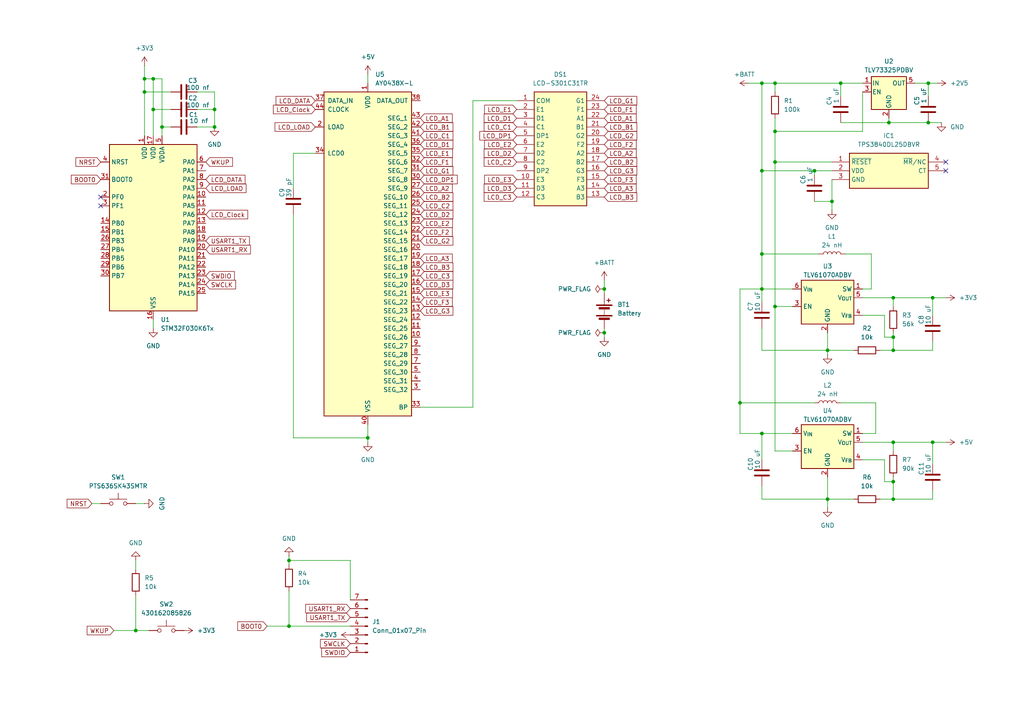
<source format=kicad_sch>
(kicad_sch (version 20250114) (generator "eeschema") (generator_version "9.0")
  (paper "A4")
  (lib_symbols
    (symbol "Connector:Conn_01x07_Pin" (pin_names (offset 1.016) (hide yes))
      (property "Reference" "J" (at 0 10.16 0))
      (property "Value" "Conn_01x07_Pin" (at 0 -10.16 0))
      (symbol "Conn_01x07_Pin_1_1"
        (rectangle (start 0.8636 7.747) (end 0 7.493) (stroke (width 0.1524)) (fill (type outline)))
        (rectangle (start 0.8636 5.207) (end 0 4.953) (stroke (width 0.1524)) (fill (type outline)))
        (rectangle (start 0.8636 2.667) (end 0 2.413) (stroke (width 0.1524)) (fill (type outline)))
        (rectangle (start 0.8636 0.127) (end 0 -0.127) (stroke (width 0.1524)) (fill (type outline)))
        (rectangle (start 0.8636 -2.413) (end 0 -2.667) (stroke (width 0.1524)) (fill (type outline)))
        (rectangle (start 0.8636 -4.953) (end 0 -5.207) (stroke (width 0.1524)) (fill (type outline)))
        (rectangle (start 0.8636 -7.493) (end 0 -7.747) (stroke (width 0.1524)) (fill (type outline)))
        (polyline (pts (xy 1.27 7.62) (xy 0.8636 7.62)) (stroke (width 0.1524)))
        (polyline (pts (xy 1.27 5.08) (xy 0.8636 5.08)) (stroke (width 0.1524)))
        (polyline (pts (xy 1.27 2.54) (xy 0.8636 2.54)) (stroke (width 0.1524)))
        (polyline (pts (xy 1.27 0) (xy 0.8636 0)) (stroke (width 0.1524)))
        (polyline (pts (xy 1.27 -2.54) (xy 0.8636 -2.54)) (stroke (width 0.1524)))
        (polyline (pts (xy 1.27 -5.08) (xy 0.8636 -5.08)) (stroke (width 0.1524)))
        (polyline (pts (xy 1.27 -7.62) (xy 0.8636 -7.62)) (stroke (width 0.1524)))
        (pin passive line (at 5.08 7.62 180) (length 3.81) (name "Pin_1") (number "1"))
        (pin passive line (at 5.08 5.08 180) (length 3.81) (name "Pin_2") (number "2"))
        (pin passive line (at 5.08 2.54 180) (length 3.81) (name "Pin_3") (number "3"))
        (pin passive line (at 5.08 0 180) (length 3.81) (name "Pin_4") (number "4"))
        (pin passive line (at 5.08 -2.54 180) (length 3.81) (name "Pin_5") (number "5"))
        (pin passive line (at 5.08 -5.08 180) (length 3.81) (name "Pin_6") (number "6"))
        (pin passive line (at 5.08 -7.62 180) (length 3.81) (name "Pin_7") (number "7"))
      )
    )
    (symbol "Device:Battery" (pin_numbers (hide yes)) (pin_names (offset 0) (hide yes))
      (property "Reference" "BT" (at 2.54 2.54 0))
      (property "Value" "Battery" (at 2.54 0 0))
      (symbol "Battery_0_1"
        (rectangle (start -2.286 1.778) (end 2.286 1.524) (fill (type outline)))
        (rectangle (start -2.286 -1.27) (end 2.286 -1.524) (fill (type outline)))
        (rectangle (start -1.524 1.016) (end 1.524 0.508) (fill (type outline)))
        (rectangle (start -1.524 -2.032) (end 1.524 -2.54) (fill (type outline)))
        (polyline (pts (xy 0 1.778) (xy 0 2.54)))
        (polyline (pts (xy 0 0) (xy 0 0.254)))
        (polyline (pts (xy 0 -0.508) (xy 0 -0.254)))
        (polyline (pts (xy 0 -1.016) (xy 0 -0.762)))
        (polyline (pts (xy 0.762 3.048) (xy 1.778 3.048)) (stroke (width 0.254)))
        (polyline (pts (xy 1.27 3.556) (xy 1.27 2.54)) (stroke (width 0.254)))
      )
      (symbol "Battery_1_1"
        (pin passive line (at 0 5.08 270) (length 2.54) (name "+") (number "1"))
        (pin passive line (at 0 -5.08 90) (length 2.54) (name "-") (number "2"))
      )
    )
    (symbol "Device:C" (pin_numbers (hide yes)) (pin_names (offset 0.254))
      (property "Reference" "C" (at 0.635 2.54 0))
      (property "Value" "C" (at 0.635 -2.54 0))
      (symbol "C_0_1"
        (polyline (pts (xy -2.032 0.762) (xy 2.032 0.762)) (stroke (width 0.508)))
        (polyline (pts (xy -2.032 -0.762) (xy 2.032 -0.762)) (stroke (width 0.508)))
      )
      (symbol "C_1_1"
        (pin passive line (at 0 3.81 270) (length 2.794) (name "~") (number "1"))
        (pin passive line (at 0 -3.81 90) (length 2.794) (name "~") (number "2"))
      )
    )
    (symbol "Device:L" (pin_numbers (hide yes)) (pin_names (offset 1.016) (hide yes))
      (property "Reference" "L" (at -1.27 0 90))
      (property "Value" "L" (at 1.905 0 90))
      (symbol "L_0_1"
        (arc (start 0 2.54) (mid 0.6323 1.905) (end 0 1.27))
        (arc (start 0 1.27) (mid 0.6323 0.635) (end 0 0))
        (arc (start 0 0) (mid 0.6323 -0.635) (end 0 -1.27))
        (arc (start 0 -1.27) (mid 0.6323 -1.905) (end 0 -2.54))
      )
      (symbol "L_1_1"
        (pin passive line (at 0 3.81 270) (length 1.27) (name "1") (number "1"))
        (pin passive line (at 0 -3.81 90) (length 1.27) (name "2") (number "2"))
      )
    )
    (symbol "Device:R" (pin_numbers (hide yes)) (pin_names (offset 0))
      (property "Reference" "R" (at 2.032 0 90))
      (property "Value" "R" (at 0 0 90))
      (symbol "R_0_1"
        (rectangle (start -1.016 -2.54) (end 1.016 2.54) (stroke (width 0.254)))
      )
      (symbol "R_1_1"
        (pin passive line (at 0 3.81 270) (length 1.27) (name "~") (number "1"))
        (pin passive line (at 0 -3.81 90) (length 1.27) (name "~") (number "2"))
      )
    )
    (symbol "Driver_Display:AY0438X-L" (pin_names (offset 1.016))
      (property "Reference" "U" (at -11.176 47.244 0))
      (property "Value" "AY0438X-L" (at 1.27 47.244 0))
      (symbol "AY0438X-L_0_1"
        (rectangle (start -12.7 45.72) (end 12.7 -48.26) (stroke (width 0.254)) (fill (type background)))
      )
      (symbol "AY0438X-L_1_1"
        (pin input line (at -15.24 43.18 0) (length 2.54) (name "DATA_IN") (number "37"))
        (pin input line (at -15.24 40.64 0) (length 2.54) (name "CLOCK") (number "44"))
        (pin input line (at -15.24 35.56 0) (length 2.54) (name "LOAD") (number "2"))
        (pin input line (at -15.24 27.94 0) (length 2.54) (name "LCD0") (number "34"))
        (pin no_connect line (at -12.7 -33.02 0) (length 2.54) (hide yes) (name "NC") (number "39"))
        (pin no_connect line (at -12.7 -35.56 0) (length 2.54) (hide yes) (name "NC") (number "29"))
        (pin no_connect line (at -12.7 -38.1 0) (length 2.54) (hide yes) (name "NC") (number "28"))
        (pin no_connect line (at -12.7 -40.64 0) (length 2.54) (hide yes) (name "NC") (number "6"))
        (pin power_in line (at 0 48.26 270) (length 2.54) (name "VDD") (number "1"))
        (pin power_in line (at 0 -50.8 90) (length 2.54) (name "VSS") (number "40"))
        (pin output line (at 15.24 43.18 180) (length 2.54) (name "DATA_OUT") (number "38"))
        (pin output line (at 15.24 38.1 180) (length 2.54) (name "SEG_1") (number "43"))
        (pin output line (at 15.24 35.56 180) (length 2.54) (name "SEG_2") (number "42"))
        (pin output line (at 15.24 33.02 180) (length 2.54) (name "SEG_3") (number "41"))
        (pin output line (at 15.24 30.48 180) (length 2.54) (name "SEG_4") (number "36"))
        (pin output line (at 15.24 27.94 180) (length 2.54) (name "SEG_5") (number "35"))
        (pin output line (at 15.24 25.4 180) (length 2.54) (name "SEG_6") (number "32"))
        (pin output line (at 15.24 22.86 180) (length 2.54) (name "SEG_7") (number "31"))
        (pin output line (at 15.24 20.32 180) (length 2.54) (name "SEG_8") (number "30"))
        (pin output line (at 15.24 17.78 180) (length 2.54) (name "SEG_9") (number "27"))
        (pin output line (at 15.24 15.24 180) (length 2.54) (name "SEG_10") (number "26"))
        (pin output line (at 15.24 12.7 180) (length 2.54) (name "SEG_11") (number "25"))
        (pin output line (at 15.24 10.16 180) (length 2.54) (name "SEG_12") (number "24"))
        (pin output line (at 15.24 7.62 180) (length 2.54) (name "SEG_13") (number "23"))
        (pin output line (at 15.24 5.08 180) (length 2.54) (name "SEG_14") (number "22"))
        (pin output line (at 15.24 2.54 180) (length 2.54) (name "SEG_15") (number "21"))
        (pin output line (at 15.24 0 180) (length 2.54) (name "SEG_16") (number "20"))
        (pin output line (at 15.24 -2.54 180) (length 2.54) (name "SEG_17") (number "19"))
        (pin output line (at 15.24 -5.08 180) (length 2.54) (name "SEG_18") (number "18"))
        (pin output line (at 15.24 -7.62 180) (length 2.54) (name "SEG_19") (number "17"))
        (pin output line (at 15.24 -10.16 180) (length 2.54) (name "SEG_20") (number "16"))
        (pin output line (at 15.24 -12.7 180) (length 2.54) (name "SEG_21") (number "15"))
        (pin output line (at 15.24 -15.24 180) (length 2.54) (name "SEG_22") (number "14"))
        (pin output line (at 15.24 -17.78 180) (length 2.54) (name "SEG_23") (number "13"))
        (pin output line (at 15.24 -20.32 180) (length 2.54) (name "SEG_24") (number "12"))
        (pin output line (at 15.24 -22.86 180) (length 2.54) (name "SEG_25") (number "11"))
        (pin output line (at 15.24 -25.4 180) (length 2.54) (name "SEG_26") (number "10"))
        (pin output line (at 15.24 -27.94 180) (length 2.54) (name "SEG_27") (number "9"))
        (pin output line (at 15.24 -30.48 180) (length 2.54) (name "SEG_28") (number "8"))
        (pin output line (at 15.24 -33.02 180) (length 2.54) (name "SEG_29") (number "7"))
        (pin output line (at 15.24 -35.56 180) (length 2.54) (name "SEG_30") (number "5"))
        (pin output line (at 15.24 -38.1 180) (length 2.54) (name "SEG_31") (number "4"))
        (pin output line (at 15.24 -40.64 180) (length 2.54) (name "SEG_32") (number "3"))
        (pin output line (at 15.24 -45.72 180) (length 2.54) (name "BP") (number "33"))
      )
    )
    (symbol "MCU_ST_STM32F0:STM32F030K6Tx"
      (property "Reference" "U" (at -12.7 26.67 0))
      (property "Value" "STM32F030K6Tx" (at 5.08 26.67 0))
      (symbol "STM32F030K6Tx_0_1"
        (rectangle (start -12.7 -22.86) (end 12.7 25.4) (stroke (width 0.254)) (fill (type background)))
      )
      (symbol "STM32F030K6Tx_1_1"
        (pin input line (at -15.24 20.32 0) (length 2.54) (name "NRST") (number "4"))
        (pin input line (at -15.24 15.24 0) (length 2.54) (name "BOOT0") (number "31"))
        (pin bidirectional line (at -15.24 10.16 0) (length 2.54) (name "PF0") (number "2"))
        (pin bidirectional line (at -15.24 7.62 0) (length 2.54) (name "PF1") (number "3"))
        (pin bidirectional line (at -15.24 2.54 0) (length 2.54) (name "PB0") (number "14"))
        (pin bidirectional line (at -15.24 0 0) (length 2.54) (name "PB1") (number "15"))
        (pin bidirectional line (at -15.24 -2.54 0) (length 2.54) (name "PB3") (number "26"))
        (pin bidirectional line (at -15.24 -5.08 0) (length 2.54) (name "PB4") (number "27"))
        (pin bidirectional line (at -15.24 -7.62 0) (length 2.54) (name "PB5") (number "28"))
        (pin bidirectional line (at -15.24 -10.16 0) (length 2.54) (name "PB6") (number "29"))
        (pin bidirectional line (at -15.24 -12.7 0) (length 2.54) (name "PB7") (number "30"))
        (pin power_in line (at -2.54 27.94 270) (length 2.54) (name "VDD") (number "1"))
        (pin power_in line (at 0 27.94 270) (length 2.54) (name "VDD") (number "17"))
        (pin power_in line (at 0 -25.4 90) (length 2.54) (name "VSS") (number "16"))
        (pin passive line (at 0 -25.4 90) (length 2.54) (hide yes) (name "VSS") (number "32"))
        (pin power_in line (at 2.54 27.94 270) (length 2.54) (name "VDDA") (number "5"))
        (pin bidirectional line (at 15.24 20.32 180) (length 2.54) (name "PA0") (number "6"))
        (pin bidirectional line (at 15.24 17.78 180) (length 2.54) (name "PA1") (number "7"))
        (pin bidirectional line (at 15.24 15.24 180) (length 2.54) (name "PA2") (number "8"))
        (pin bidirectional line (at 15.24 12.7 180) (length 2.54) (name "PA3") (number "9"))
        (pin bidirectional line (at 15.24 10.16 180) (length 2.54) (name "PA4") (number "10"))
        (pin bidirectional line (at 15.24 7.62 180) (length 2.54) (name "PA5") (number "11"))
        (pin bidirectional line (at 15.24 5.08 180) (length 2.54) (name "PA6") (number "12"))
        (pin bidirectional line (at 15.24 2.54 180) (length 2.54) (name "PA7") (number "13"))
        (pin bidirectional line (at 15.24 0 180) (length 2.54) (name "PA8") (number "18"))
        (pin bidirectional line (at 15.24 -2.54 180) (length 2.54) (name "PA9") (number "19"))
        (pin bidirectional line (at 15.24 -5.08 180) (length 2.54) (name "PA10") (number "20"))
        (pin bidirectional line (at 15.24 -7.62 180) (length 2.54) (name "PA11") (number "21"))
        (pin bidirectional line (at 15.24 -10.16 180) (length 2.54) (name "PA12") (number "22"))
        (pin bidirectional line (at 15.24 -12.7 180) (length 2.54) (name "PA13") (number "23"))
        (pin bidirectional line (at 15.24 -15.24 180) (length 2.54) (name "PA14") (number "24"))
        (pin bidirectional line (at 15.24 -17.78 180) (length 2.54) (name "PA15") (number "25"))
      )
    )
    (symbol "Regulator_Linear:TLV73325PDBV" (pin_names (offset 0.254))
      (property "Reference" "U" (at -3.81 5.715 0))
      (property "Value" "TLV73325PDBV" (at 0 5.715 0))
      (symbol "TLV73325PDBV_0_1"
        (rectangle (start -5.08 4.445) (end 5.08 -5.08) (stroke (width 0.254)) (fill (type background)))
      )
      (symbol "TLV73325PDBV_1_1"
        (pin power_in line (at -7.62 2.54 0) (length 2.54) (name "IN") (number "1"))
        (pin input line (at -7.62 0 0) (length 2.54) (name "EN") (number "3"))
        (pin power_in line (at 0 -7.62 90) (length 2.54) (name "GND") (number "2"))
        (pin no_connect line (at 5.08 0 180) (length 2.54) (hide yes) (name "NC") (number "4"))
        (pin power_out line (at 7.62 2.54 180) (length 2.54) (name "OUT") (number "5"))
      )
    )
    (symbol "Regulator_Switching:TLV61070ADBV"
      (property "Reference" "U" (at -7.62 8.89 0))
      (property "Value" "TLV61070ADBV" (at 0 8.89 0))
      (symbol "TLV61070ADBV_0_1"
        (rectangle (start -7.62 7.62) (end 7.62 -5.08) (stroke (width 0.254)) (fill (type background)))
      )
      (symbol "TLV61070ADBV_1_1"
        (pin power_in line (at -10.16 5.08 0) (length 2.54) (name "V_{IN}") (number "6"))
        (pin input line (at -10.16 0 0) (length 2.54) (name "EN") (number "3"))
        (pin power_in line (at 0 -7.62 90) (length 2.54) (name "GND") (number "2"))
        (pin input line (at 10.16 5.08 180) (length 2.54) (name "SW") (number "1"))
        (pin power_out line (at 10.16 2.54 180) (length 2.54) (name "V_{OUT}") (number "5"))
        (pin input line (at 10.16 -2.54 180) (length 2.54) (name "V_{FB}") (number "4"))
      )
    )
    (symbol "Switch:SW_Push" (pin_numbers (hide yes)) (pin_names (offset 1.016) (hide yes))
      (property "Reference" "SW" (at 1.27 2.54 0))
      (property "Value" "SW_Push" (at 0 -1.524 0))
      (symbol "SW_Push_0_1"
        (circle (center -2.032 0) (radius 0.508))
        (polyline (pts (xy 0 1.27) (xy 0 3.048)))
        (circle (center 2.032 0) (radius 0.508))
        (polyline (pts (xy 2.54 1.27) (xy -2.54 1.27)))
        (pin passive line (at -5.08 0 0) (length 2.54) (name "1") (number "1"))
        (pin passive line (at 5.08 0 180) (length 2.54) (name "2") (number "2"))
      )
    )
    (symbol "breathalyzer:LCD-S301C31TR"
      (property "Reference" "DS" (at 21.59 7.62 0))
      (property "Value" "LCD-S301C31TR" (at 21.59 5.08 0))
      (symbol "LCD-S301C31TR_1_1"
        (rectangle (start 5.08 2.54) (end 20.32 -30.48) (stroke (width 0.254)) (fill (type background)))
        (pin passive line (at 0 0 0) (length 5.08) (name "COM") (number "1"))
        (pin passive line (at 0 -2.54 0) (length 5.08) (name "E1") (number "2"))
        (pin passive line (at 0 -5.08 0) (length 5.08) (name "D1") (number "3"))
        (pin passive line (at 0 -7.62 0) (length 5.08) (name "C1") (number "4"))
        (pin passive line (at 0 -10.16 0) (length 5.08) (name "DP1") (number "5"))
        (pin passive line (at 0 -12.7 0) (length 5.08) (name "E2") (number "6"))
        (pin passive line (at 0 -15.24 0) (length 5.08) (name "D2") (number "7"))
        (pin passive line (at 0 -17.78 0) (length 5.08) (name "C2") (number "8"))
        (pin passive line (at 0 -20.32 0) (length 5.08) (name "DP2") (number "9"))
        (pin passive line (at 0 -22.86 0) (length 5.08) (name "E3") (number "10"))
        (pin passive line (at 0 -25.4 0) (length 5.08) (name "D3") (number "11"))
        (pin passive line (at 0 -27.94 0) (length 5.08) (name "C3") (number "12"))
        (pin passive line (at 25.4 0 180) (length 5.08) (name "G1") (number "24"))
        (pin passive line (at 25.4 -2.54 180) (length 5.08) (name "F1") (number "23"))
        (pin passive line (at 25.4 -5.08 180) (length 5.08) (name "A1") (number "22"))
        (pin passive line (at 25.4 -7.62 180) (length 5.08) (name "B1") (number "21"))
        (pin passive line (at 25.4 -10.16 180) (length 5.08) (name "G2") (number "20"))
        (pin passive line (at 25.4 -12.7 180) (length 5.08) (name "F2") (number "19"))
        (pin passive line (at 25.4 -15.24 180) (length 5.08) (name "A2") (number "18"))
        (pin passive line (at 25.4 -17.78 180) (length 5.08) (name "B2") (number "17"))
        (pin passive line (at 25.4 -20.32 180) (length 5.08) (name "G3") (number "16"))
        (pin passive line (at 25.4 -22.86 180) (length 5.08) (name "F3") (number "15"))
        (pin passive line (at 25.4 -25.4 180) (length 5.08) (name "A3") (number "14"))
        (pin passive line (at 25.4 -27.94 180) (length 5.08) (name "B3") (number "13"))
      )
    )
    (symbol "breathalyzer:TPS3840DL25DBVR"
      (property "Reference" "IC" (at 29.21 7.62 0))
      (property "Value" "TPS3840DL25DBVR" (at 29.21 5.08 0))
      (symbol "TPS3840DL25DBVR_1_1"
        (rectangle (start 5.08 2.54) (end 27.94 -7.62) (stroke (width 0.254)) (fill (type background)))
        (pin passive line (at 0 0 0) (length 5.08) (name "~{RESET}") (number "1"))
        (pin passive line (at 0 -2.54 0) (length 5.08) (name "VDD") (number "2"))
        (pin passive line (at 0 -5.08 0) (length 5.08) (name "GND") (number "3"))
        (pin passive line (at 33.02 0 180) (length 5.08) (name "~{MR}/NC") (number "4"))
        (pin passive line (at 33.02 -2.54 180) (length 5.08) (name "CT") (number "5"))
      )
    )
    (symbol "power:+2V5" (power) (pin_numbers (hide yes)) (pin_names (offset 0) (hide yes))
      (property "Value" "+2V5" (at 0 3.556 0))
      (symbol "+2V5_0_1"
        (polyline (pts (xy -0.762 1.27) (xy 0 2.54)))
        (polyline (pts (xy 0 2.54) (xy 0.762 1.27)))
        (polyline (pts (xy 0 0) (xy 0 2.54)))
      )
      (symbol "+2V5_1_1"
        (pin power_in line (at 0 0 90) (length 0) (name "~") (number "1"))
      )
    )
    (symbol "power:+3V3" (power) (pin_numbers (hide yes)) (pin_names (offset 0) (hide yes))
      (property "Value" "+3V3" (at 0 3.556 0))
      (symbol "+3V3_0_1"
        (polyline (pts (xy -0.762 1.27) (xy 0 2.54)))
        (polyline (pts (xy 0 2.54) (xy 0.762 1.27)))
        (polyline (pts (xy 0 0) (xy 0 2.54)))
      )
      (symbol "+3V3_1_1"
        (pin power_in line (at 0 0 90) (length 0) (name "~") (number "1"))
      )
    )
    (symbol "power:+5V" (power) (pin_numbers (hide yes)) (pin_names (offset 0) (hide yes))
      (property "Value" "+5V" (at 0 3.556 0))
      (symbol "+5V_0_1"
        (polyline (pts (xy -0.762 1.27) (xy 0 2.54)))
        (polyline (pts (xy 0 2.54) (xy 0.762 1.27)))
        (polyline (pts (xy 0 0) (xy 0 2.54)))
      )
      (symbol "+5V_1_1"
        (pin power_in line (at 0 0 90) (length 0) (name "~") (number "1"))
      )
    )
    (symbol "power:+BATT" (power) (pin_numbers (hide yes)) (pin_names (offset 0) (hide yes))
      (property "Value" "+BATT" (at 0 3.556 0))
      (symbol "+BATT_0_1"
        (polyline (pts (xy -0.762 1.27) (xy 0 2.54)))
        (polyline (pts (xy 0 2.54) (xy 0.762 1.27)))
        (polyline (pts (xy 0 0) (xy 0 2.54)))
      )
      (symbol "+BATT_1_1"
        (pin power_in line (at 0 0 90) (length 0) (name "~") (number "1"))
      )
    )
    (symbol "power:GND" (power) (pin_numbers (hide yes)) (pin_names (offset 0) (hide yes))
      (property "Value" "GND" (at 0 -3.81 0))
      (symbol "GND_0_1"
        (polyline (pts (xy 0 0) (xy 0 -1.27) (xy 1.27 -1.27) (xy 0 -2.54) (xy -1.27 -1.27) (xy 0 -1.27)))
      )
      (symbol "GND_1_1"
        (pin power_in line (at 0 0 270) (length 0) (name "~") (number "1"))
      )
    )
    (symbol "power:PWR_FLAG" (power) (pin_numbers (hide yes)) (pin_names (offset 0) (hide yes))
      (property "Value" "PWR_FLAG" (at 0 3.81 0))
      (symbol "PWR_FLAG_0_0"
        (pin power_out line (at 0 0 90) (length 0) (name "~") (number "1"))
      )
      (symbol "PWR_FLAG_0_1"
        (polyline (pts (xy 0 0) (xy 0 1.27) (xy -1.016 1.905) (xy 0 2.54) (xy 1.016 1.905) (xy 0 1.27)))
      )
    )
  )
  (junction (at 259.08 128.27))
  (junction (at 41.91 26.67))
  (junction (at 220.98 24.13))
  (junction (at 62.23 36.83))
  (junction (at 62.23 31.75))
  (junction (at 220.98 125.73))
  (junction (at 240.03 101.6))
  (junction (at 241.3 58.42))
  (junction (at 175.26 83.82))
  (junction (at 224.79 38.1))
  (junction (at 240.03 144.78))
  (junction (at 224.79 46.99))
  (junction (at 41.91 22.86))
  (junction (at 214.63 116.84))
  (junction (at 224.79 24.13))
  (junction (at 259.08 97.79))
  (junction (at 270.51 128.27))
  (junction (at 106.68 127))
  (junction (at 220.98 49.53))
  (junction (at 175.26 96.52))
  (junction (at 259.08 101.6))
  (junction (at 220.98 83.82))
  (junction (at 259.08 86.36))
  (junction (at 224.79 88.9))
  (junction (at 259.08 144.78))
  (junction (at 236.22 49.53))
  (junction (at 257.81 35.56))
  (junction (at 220.98 73.66))
  (junction (at 270.51 86.36))
  (junction (at 39.37 182.88))
  (junction (at 46.99 36.83))
  (junction (at 44.45 31.75))
  (junction (at 83.82 162.56))
  (junction (at 269.24 35.56))
  (junction (at 243.84 24.13))
  (junction (at 259.08 139.7))
  (junction (at 269.24 24.13))
  (junction (at 44.45 22.86))
  (junction (at 83.82 181.61))
  (no_connect (at 29.21 59.69))
  (no_connect (at 274.32 49.53))
  (no_connect (at 29.21 57.15))
  (no_connect (at 274.32 46.99))
  (wire (pts (xy 106.68 21.59) (xy 106.68 24.13)))
  (wire (pts (xy 241.3 58.42) (xy 241.3 52.07)))
  (wire (pts (xy 46.99 36.83) (xy 49.53 36.83)))
  (wire (pts (xy 259.08 128.27) (xy 259.08 130.81)))
  (wire (pts (xy 256.54 97.79) (xy 259.08 97.79)))
  (wire (pts (xy 259.08 128.27) (xy 270.51 128.27)))
  (wire (pts (xy 243.84 116.84) (xy 254 116.84)))
  (wire (pts (xy 240.03 96.52) (xy 240.03 101.6)))
  (wire (pts (xy 236.22 49.53) (xy 241.3 49.53)))
  (wire (pts (xy 250.19 38.1) (xy 250.19 26.67)))
  (wire (pts (xy 57.15 31.75) (xy 62.23 31.75)))
  (wire (pts (xy 252.73 83.82) (xy 250.19 83.82)))
  (wire (pts (xy 41.91 19.05) (xy 41.91 22.86)))
  (wire (pts (xy 257.81 35.56) (xy 269.24 35.56)))
  (wire (pts (xy 85.09 54.61) (xy 85.09 44.45)))
  (wire (pts (xy 256.54 139.7) (xy 259.08 139.7)))
  (wire (pts (xy 220.98 24.13) (xy 224.79 24.13)))
  (wire (pts (xy 255.27 101.6) (xy 259.08 101.6)))
  (wire (pts (xy 254 125.73) (xy 250.19 125.73)))
  (wire (pts (xy 85.09 62.23) (xy 85.09 127)))
  (wire (pts (xy 83.82 171.45) (xy 83.82 181.61)))
  (wire (pts (xy 243.84 35.56) (xy 257.81 35.56)))
  (wire (pts (xy 250.19 133.35) (xy 256.54 133.35)))
  (wire (pts (xy 44.45 31.75) (xy 49.53 31.75)))
  (wire (pts (xy 237.49 73.66) (xy 220.98 73.66)))
  (wire (pts (xy 229.87 83.82) (xy 220.98 83.82)))
  (wire (pts (xy 270.51 128.27) (xy 274.32 128.27)))
  (wire (pts (xy 229.87 130.81) (xy 224.79 130.81)))
  (wire (pts (xy 44.45 22.86) (xy 46.99 22.86)))
  (wire (pts (xy 175.26 83.82) (xy 175.26 85.09)))
  (wire (pts (xy 220.98 144.78) (xy 240.03 144.78)))
  (wire (pts (xy 220.98 24.13) (xy 220.98 49.53)))
  (wire (pts (xy 259.08 97.79) (xy 259.08 101.6)))
  (wire (pts (xy 257.81 34.29) (xy 257.81 35.56)))
  (wire (pts (xy 236.22 58.42) (xy 241.3 58.42)))
  (wire (pts (xy 44.45 95.25) (xy 44.45 92.71)))
  (wire (pts (xy 271.78 24.13) (xy 269.24 24.13)))
  (wire (pts (xy 62.23 31.75) (xy 62.23 36.83)))
  (wire (pts (xy 259.08 139.7) (xy 259.08 138.43)))
  (wire (pts (xy 250.19 91.44) (xy 256.54 91.44)))
  (wire (pts (xy 77.47 181.61) (xy 83.82 181.61)))
  (wire (pts (xy 240.03 138.43) (xy 240.03 144.78)))
  (wire (pts (xy 240.03 101.6) (xy 240.03 102.87)))
  (wire (pts (xy 240.03 144.78) (xy 240.03 147.32)))
  (wire (pts (xy 26.67 146.05) (xy 29.21 146.05)))
  (wire (pts (xy 214.63 125.73) (xy 214.63 116.84)))
  (wire (pts (xy 256.54 91.44) (xy 256.54 97.79)))
  (wire (pts (xy 270.51 128.27) (xy 270.51 134.62)))
  (wire (pts (xy 220.98 83.82) (xy 220.98 87.63)))
  (wire (pts (xy 44.45 31.75) (xy 44.45 39.37)))
  (wire (pts (xy 41.91 22.86) (xy 41.91 26.67)))
  (wire (pts (xy 220.98 49.53) (xy 236.22 49.53)))
  (wire (pts (xy 224.79 88.9) (xy 224.79 46.99)))
  (wire (pts (xy 240.03 101.6) (xy 247.65 101.6)))
  (wire (pts (xy 83.82 162.56) (xy 101.6 162.56)))
  (wire (pts (xy 214.63 83.82) (xy 220.98 83.82)))
  (wire (pts (xy 214.63 116.84) (xy 214.63 83.82)))
  (wire (pts (xy 270.51 86.36) (xy 274.32 86.36)))
  (wire (pts (xy 224.79 38.1) (xy 224.79 46.99)))
  (wire (pts (xy 224.79 38.1) (xy 224.79 34.29)))
  (wire (pts (xy 33.02 182.88) (xy 39.37 182.88)))
  (wire (pts (xy 39.37 182.88) (xy 43.18 182.88)))
  (wire (pts (xy 83.82 161.29) (xy 83.82 162.56)))
  (wire (pts (xy 270.51 91.44) (xy 270.51 86.36)))
  (wire (pts (xy 85.09 127) (xy 106.68 127)))
  (wire (pts (xy 269.24 24.13) (xy 269.24 27.94)))
  (wire (pts (xy 270.51 144.78) (xy 259.08 144.78)))
  (wire (pts (xy 236.22 49.53) (xy 236.22 50.8)))
  (wire (pts (xy 57.15 26.67) (xy 62.23 26.67)))
  (wire (pts (xy 41.91 26.67) (xy 49.53 26.67)))
  (wire (pts (xy 224.79 130.81) (xy 224.79 88.9)))
  (wire (pts (xy 220.98 73.66) (xy 220.98 83.82)))
  (wire (pts (xy 270.51 99.06) (xy 270.51 101.6)))
  (wire (pts (xy 259.08 96.52) (xy 259.08 97.79)))
  (wire (pts (xy 256.54 133.35) (xy 256.54 139.7)))
  (wire (pts (xy 62.23 26.67) (xy 62.23 31.75)))
  (wire (pts (xy 57.15 36.83) (xy 62.23 36.83)))
  (wire (pts (xy 46.99 36.83) (xy 46.99 39.37)))
  (wire (pts (xy 175.26 96.52) (xy 175.26 97.79)))
  (wire (pts (xy 259.08 86.36) (xy 270.51 86.36)))
  (wire (pts (xy 273.05 35.56) (xy 269.24 35.56)))
  (wire (pts (xy 270.51 101.6) (xy 259.08 101.6)))
  (wire (pts (xy 243.84 24.13) (xy 250.19 24.13)))
  (wire (pts (xy 41.91 22.86) (xy 44.45 22.86)))
  (wire (pts (xy 265.43 24.13) (xy 269.24 24.13)))
  (wire (pts (xy 121.92 118.11) (xy 137.16 118.11)))
  (wire (pts (xy 259.08 86.36) (xy 259.08 88.9)))
  (wire (pts (xy 39.37 172.72) (xy 39.37 182.88)))
  (wire (pts (xy 83.82 162.56) (xy 83.82 163.83)))
  (wire (pts (xy 46.99 22.86) (xy 46.99 36.83)))
  (wire (pts (xy 259.08 139.7) (xy 259.08 144.78)))
  (wire (pts (xy 220.98 95.25) (xy 220.98 101.6)))
  (wire (pts (xy 270.51 142.24) (xy 270.51 144.78)))
  (wire (pts (xy 217.17 24.13) (xy 220.98 24.13)))
  (wire (pts (xy 41.91 26.67) (xy 41.91 39.37)))
  (wire (pts (xy 137.16 118.11) (xy 137.16 29.21)))
  (wire (pts (xy 220.98 125.73) (xy 220.98 133.35)))
  (wire (pts (xy 224.79 46.99) (xy 241.3 46.99)))
  (wire (pts (xy 224.79 38.1) (xy 250.19 38.1)))
  (wire (pts (xy 220.98 140.97) (xy 220.98 144.78)))
  (wire (pts (xy 39.37 146.05) (xy 41.91 146.05)))
  (wire (pts (xy 101.6 162.56) (xy 101.6 173.99)))
  (wire (pts (xy 106.68 127) (xy 106.68 128.27)))
  (wire (pts (xy 250.19 86.36) (xy 259.08 86.36)))
  (wire (pts (xy 255.27 144.78) (xy 259.08 144.78)))
  (wire (pts (xy 243.84 24.13) (xy 243.84 27.94)))
  (wire (pts (xy 240.03 144.78) (xy 247.65 144.78)))
  (wire (pts (xy 224.79 24.13) (xy 224.79 26.67)))
  (wire (pts (xy 39.37 162.56) (xy 39.37 165.1)))
  (wire (pts (xy 229.87 125.73) (xy 220.98 125.73)))
  (wire (pts (xy 241.3 60.96) (xy 241.3 58.42)))
  (wire (pts (xy 224.79 24.13) (xy 243.84 24.13)))
  (wire (pts (xy 245.11 73.66) (xy 252.73 73.66)))
  (wire (pts (xy 175.26 95.25) (xy 175.26 96.52)))
  (wire (pts (xy 250.19 128.27) (xy 259.08 128.27)))
  (wire (pts (xy 229.87 88.9) (xy 224.79 88.9)))
  (wire (pts (xy 137.16 29.21) (xy 149.86 29.21)))
  (wire (pts (xy 175.26 81.28) (xy 175.26 83.82)))
  (wire (pts (xy 220.98 125.73) (xy 214.63 125.73)))
  (wire (pts (xy 44.45 22.86) (xy 44.45 31.75)))
  (wire (pts (xy 220.98 49.53) (xy 220.98 73.66)))
  (wire (pts (xy 252.73 73.66) (xy 252.73 83.82)))
  (wire (pts (xy 214.63 116.84) (xy 236.22 116.84)))
  (wire (pts (xy 85.09 44.45) (xy 91.44 44.45)))
  (wire (pts (xy 220.98 101.6) (xy 240.03 101.6)))
  (wire (pts (xy 106.68 123.19) (xy 106.68 127)))
  (wire (pts (xy 83.82 181.61) (xy 101.6 181.61)))
  (wire (pts (xy 254 116.84) (xy 254 125.73)))
  (global_label "LCD_LOAD" (shape input) (at 91.44 36.83 180) (property "Intersheetrefs" "${INTERSHEET_REFS}" (effects (hide yes))))
  (global_label "LCD_A1" (shape input) (at 121.92 34.29 0) (property "Intersheetrefs" "${INTERSHEET_REFS}" (effects (hide yes))))
  (global_label "LCD_DATA" (shape input) (at 59.69 52.07 0) (property "Intersheetrefs" "${INTERSHEET_REFS}" (effects (hide yes))))
  (global_label "SWDIO" (shape input) (at 59.69 80.01 0) (property "Intersheetrefs" "${INTERSHEET_REFS}" (effects (hide yes))))
  (global_label "USART1_RX" (shape input) (at 59.69 72.39 0) (property "Intersheetrefs" "${INTERSHEET_REFS}" (effects (hide yes))))
  (global_label "LCD_F1" (shape input) (at 121.92 46.99 0) (property "Intersheetrefs" "${INTERSHEET_REFS}" (effects (hide yes))))
  (global_label "SWCLK" (shape input) (at 59.69 82.55 0) (property "Intersheetrefs" "${INTERSHEET_REFS}" (effects (hide yes))))
  (global_label "LCD_G3" (shape input) (at 175.26 49.53 0) (property "Intersheetrefs" "${INTERSHEET_REFS}" (effects (hide yes))))
  (global_label "LCD_E3" (shape input) (at 121.92 85.09 0) (property "Intersheetrefs" "${INTERSHEET_REFS}" (effects (hide yes))))
  (global_label "LCD_E3" (shape input) (at 149.86 52.07 180) (property "Intersheetrefs" "${INTERSHEET_REFS}" (effects (hide yes))))
  (global_label "LCD_B2" (shape input) (at 121.92 57.15 0) (property "Intersheetrefs" "${INTERSHEET_REFS}" (effects (hide yes))))
  (global_label "LCD_C2" (shape input) (at 149.86 46.99 180) (property "Intersheetrefs" "${INTERSHEET_REFS}" (effects (hide yes))))
  (global_label "LCD_E1" (shape input) (at 149.86 31.75 180) (property "Intersheetrefs" "${INTERSHEET_REFS}" (effects (hide yes))))
  (global_label "LCD_A2" (shape input) (at 175.26 44.45 0) (property "Intersheetrefs" "${INTERSHEET_REFS}" (effects (hide yes))))
  (global_label "LCD_E2" (shape input) (at 149.86 41.91 180) (property "Intersheetrefs" "${INTERSHEET_REFS}" (effects (hide yes))))
  (global_label "LCD_A3" (shape input) (at 175.26 54.61 0) (property "Intersheetrefs" "${INTERSHEET_REFS}" (effects (hide yes))))
  (global_label "LCD_C1" (shape input) (at 121.92 39.37 0) (property "Intersheetrefs" "${INTERSHEET_REFS}" (effects (hide yes))))
  (global_label "LCD_C3" (shape input) (at 149.86 57.15 180) (property "Intersheetrefs" "${INTERSHEET_REFS}" (effects (hide yes))))
  (global_label "NRST" (shape input) (at 29.21 46.99 180) (property "Intersheetrefs" "${INTERSHEET_REFS}" (effects (hide yes))))
  (global_label "LCD_G2" (shape input) (at 175.26 39.37 0) (property "Intersheetrefs" "${INTERSHEET_REFS}" (effects (hide yes))))
  (global_label "LCD_A1" (shape input) (at 175.26 34.29 0) (property "Intersheetrefs" "${INTERSHEET_REFS}" (effects (hide yes))))
  (global_label "SWDIO" (shape input) (at 101.6 189.23 180) (property "Intersheetrefs" "${INTERSHEET_REFS}" (effects (hide yes))))
  (global_label "WKUP" (shape input) (at 33.02 182.88 180) (property "Intersheetrefs" "${INTERSHEET_REFS}" (effects (hide yes))))
  (global_label "LCD_B1" (shape input) (at 175.26 36.83 0) (property "Intersheetrefs" "${INTERSHEET_REFS}" (effects (hide yes))))
  (global_label "BOOT0" (shape input) (at 29.21 52.07 180) (property "Intersheetrefs" "${INTERSHEET_REFS}" (effects (hide yes))))
  (global_label "LCD_F3" (shape input) (at 121.92 87.63 0) (property "Intersheetrefs" "${INTERSHEET_REFS}" (effects (hide yes))))
  (global_label "LCD_D1" (shape input) (at 149.86 34.29 180) (property "Intersheetrefs" "${INTERSHEET_REFS}" (effects (hide yes))))
  (global_label "LCD_D1" (shape input) (at 121.92 41.91 0) (property "Intersheetrefs" "${INTERSHEET_REFS}" (effects (hide yes))))
  (global_label "LCD_G1" (shape input) (at 175.26 29.21 0) (property "Intersheetrefs" "${INTERSHEET_REFS}" (effects (hide yes))))
  (global_label "LCD_D3" (shape input) (at 121.92 82.55 0) (property "Intersheetrefs" "${INTERSHEET_REFS}" (effects (hide yes))))
  (global_label "LCD_B2" (shape input) (at 175.26 46.99 0) (property "Intersheetrefs" "${INTERSHEET_REFS}" (effects (hide yes))))
  (global_label "LCD_E1" (shape input) (at 121.92 44.45 0) (property "Intersheetrefs" "${INTERSHEET_REFS}" (effects (hide yes))))
  (global_label "LCD_B3" (shape input) (at 175.26 57.15 0) (property "Intersheetrefs" "${INTERSHEET_REFS}" (effects (hide yes))))
  (global_label "USART1_TX" (shape input) (at 59.69 69.85 0) (property "Intersheetrefs" "${INTERSHEET_REFS}" (effects (hide yes))))
  (global_label "LCD_G1" (shape input) (at 121.92 49.53 0) (property "Intersheetrefs" "${INTERSHEET_REFS}" (effects (hide yes))))
  (global_label "LCD_Clock" (shape input) (at 91.44 31.75 180) (property "Intersheetrefs" "${INTERSHEET_REFS}" (effects (hide yes))))
  (global_label "WKUP" (shape input) (at 59.69 46.99 0) (property "Intersheetrefs" "${INTERSHEET_REFS}" (effects (hide yes))))
  (global_label "LCD_DATA" (shape input) (at 91.44 29.21 180) (property "Intersheetrefs" "${INTERSHEET_REFS}" (effects (hide yes))))
  (global_label "LCD_A2" (shape input) (at 121.92 54.61 0) (property "Intersheetrefs" "${INTERSHEET_REFS}" (effects (hide yes))))
  (global_label "LCD_D2" (shape input) (at 149.86 44.45 180) (property "Intersheetrefs" "${INTERSHEET_REFS}" (effects (hide yes))))
  (global_label "LCD_G3" (shape input) (at 121.92 90.17 0) (property "Intersheetrefs" "${INTERSHEET_REFS}" (effects (hide yes))))
  (global_label "LCD_LOAD" (shape input) (at 59.69 54.61 0) (property "Intersheetrefs" "${INTERSHEET_REFS}" (effects (hide yes))))
  (global_label "LCD_E2" (shape input) (at 121.92 64.77 0) (property "Intersheetrefs" "${INTERSHEET_REFS}" (effects (hide yes))))
  (global_label "LCD_G2" (shape input) (at 121.92 69.85 0) (property "Intersheetrefs" "${INTERSHEET_REFS}" (effects (hide yes))))
  (global_label "LCD_C1" (shape input) (at 149.86 36.83 180) (property "Intersheetrefs" "${INTERSHEET_REFS}" (effects (hide yes))))
  (global_label "LCD_F3" (shape input) (at 175.26 52.07 0) (property "Intersheetrefs" "${INTERSHEET_REFS}" (effects (hide yes))))
  (global_label "LCD_C2" (shape input) (at 121.92 59.69 0) (property "Intersheetrefs" "${INTERSHEET_REFS}" (effects (hide yes))))
  (global_label "LCD_D2" (shape input) (at 121.92 62.23 0) (property "Intersheetrefs" "${INTERSHEET_REFS}" (effects (hide yes))))
  (global_label "SWCLK" (shape input) (at 101.6 186.69 180) (property "Intersheetrefs" "${INTERSHEET_REFS}" (effects (hide yes))))
  (global_label "LCD_F1" (shape input) (at 175.26 31.75 0) (property "Intersheetrefs" "${INTERSHEET_REFS}" (effects (hide yes))))
  (global_label "USART1_RX" (shape input) (at 101.6 176.53 180) (property "Intersheetrefs" "${INTERSHEET_REFS}" (effects (hide yes))))
  (global_label "LCD_F2" (shape input) (at 175.26 41.91 0) (property "Intersheetrefs" "${INTERSHEET_REFS}" (effects (hide yes))))
  (global_label "LCD_B1" (shape input) (at 121.92 36.83 0) (property "Intersheetrefs" "${INTERSHEET_REFS}" (effects (hide yes))))
  (global_label "LCD_D3" (shape input) (at 149.86 54.61 180) (property "Intersheetrefs" "${INTERSHEET_REFS}" (effects (hide yes))))
  (global_label "BOOT0" (shape input) (at 77.47 181.61 180) (property "Intersheetrefs" "${INTERSHEET_REFS}" (effects (hide yes))))
  (global_label "LCD_DP1" (shape input) (at 121.92 52.07 0) (property "Intersheetrefs" "${INTERSHEET_REFS}" (effects (hide yes))))
  (global_label "LCD_DP1" (shape input) (at 149.86 39.37 180) (property "Intersheetrefs" "${INTERSHEET_REFS}" (effects (hide yes))))
  (global_label "LCD_Clock" (shape input) (at 59.69 62.23 0) (property "Intersheetrefs" "${INTERSHEET_REFS}" (effects (hide yes))))
  (global_label "NRST" (shape input) (at 26.67 146.05 180) (property "Intersheetrefs" "${INTERSHEET_REFS}" (effects (hide yes))))
  (global_label "LCD_B3" (shape input) (at 121.92 77.47 0) (property "Intersheetrefs" "${INTERSHEET_REFS}" (effects (hide yes))))
  (global_label "LCD_F2" (shape input) (at 121.92 67.31 0) (property "Intersheetrefs" "${INTERSHEET_REFS}" (effects (hide yes))))
  (global_label "LCD_C3" (shape input) (at 121.92 80.01 0) (property "Intersheetrefs" "${INTERSHEET_REFS}" (effects (hide yes))))
  (global_label "LCD_A3" (shape input) (at 121.92 74.93 0) (property "Intersheetrefs" "${INTERSHEET_REFS}" (effects (hide yes))))
  (global_label "USART1_TX" (shape input) (at 101.6 179.07 180) (property "Intersheetrefs" "${INTERSHEET_REFS}" (effects (hide yes))))
  (symbol (lib_id "Regulator_Linear:TLV73325PDBV") (at 257.81 26.67 0) (unit 1)
    (property "Reference" "U2" (at 257.81 17.78 0))
    (property "Value" "TLV73325PDBV" (at 257.81 20.32 0))
    (property "Footprint" "Package_TO_SOT_SMD:SOT-23-5" (effects (hide yes)))
    (property "Datasheet" "http://www.ti.com/lit/ds/symlink/tlv733p.pdf" (effects (hide yes)))
    (property "Description" "300mA Capacitor-Free Low Dropout Voltage Regulator, Fixed Output 2.5V, SOT-23-5" (effects (hide yes)))
  )
  (symbol (lib_id "Device:C") (at 269.24 31.75 180) (unit 1)
    (property "Reference" "C5" (at 265.938 29.21 90))
    (property "Value" "1 uF" (at 267.97 27.686 90))
    (property "Footprint" "Capacitor_SMD:C_0603_1608Metric" (effects (hide yes)))
    (property "Datasheet" "https://hu.mouser.com/ProductDetail/Samsung-Electro-Mechanics/CL10A105KA8NFNC?qs=%252B6g0mu59x7ItvV%2F7DV9Lig%3D%3D" (effects (hide yes)))
    (property "Description" "Unpolarized capacitor" (effects (hide yes)))
  )
  (symbol (lib_id "Device:R") (at 251.46 144.78 90) (unit 1)
    (property "Reference" "R6" (at 251.46 138.43 90))
    (property "Value" "10k" (at 251.46 140.97 90))
    (property "Footprint" "Resistor_SMD:R_0603_1608Metric" (effects (hide yes)))
    (property "Datasheet" "https://hu.mouser.com/ProductDetail/Welwyn-Components-TT-Electronics/WCR0603-10KFI?qs=sGAEpiMZZMtlubZbdhIBIJtQxnYsq7hX%2FArN2fd%252BWZ0%3D" (effects (hide yes)))
    (property "Description" "Resistor" (effects (hide yes)))
  )
  (symbol (lib_id "Regulator_Switching:TLV61070ADBV") (at 240.03 88.9 0) (unit 1)
    (property "Reference" "U3" (at 240.03 77.216 0))
    (property "Value" "TLV61070ADBV" (at 240.03 79.756 0))
    (property "Footprint" "Package_TO_SOT_SMD:SOT-23-6" (effects (hide yes)))
    (property "Datasheet" "https://www.ti.com/lit/ds/symlink/tlv61070a.pdf" (effects (hide yes)))
    (property "Description" "Boost Converter, 2.5A switch current limit, 2.2-5.5V Output Voltage, 0.5-5.5V Input Voltage, SOT-23-6" (effects (hide yes)))
  )
  (symbol (lib_id "power:GND") (at 175.26 97.79 0) (unit 1)
    (property "Reference" "#PWR04" (effects (hide yes)))
    (property "Value" "GND" (at 175.26 102.87 0))
    (property "Description" "Power symbol creates a global label with name \"GND\" , ground" (effects (hide yes)))
  )
  (symbol (lib_id "Device:C") (at 243.84 31.75 180) (unit 1)
    (property "Reference" "C4" (at 240.538 29.21 90))
    (property "Value" "1 uF" (at 242.57 27.686 90))
    (property "Footprint" "Capacitor_SMD:C_0603_1608Metric" (effects (hide yes)))
    (property "Datasheet" "https://hu.mouser.com/ProductDetail/Samsung-Electro-Mechanics/CL10A105KA8NFNC?qs=%252B6g0mu59x7ItvV%2F7DV9Lig%3D%3D" (effects (hide yes)))
    (property "Description" "Unpolarized capacitor" (effects (hide yes)))
  )
  (symbol (lib_id "breathalyzer:TPS3840DL25DBVR") (at 241.3 46.99 0) (unit 1)
    (property "Reference" "IC1" (at 257.81 39.37 0))
    (property "Value" "TPS3840DL25DBVR" (at 257.81 41.91 0))
    (property "Footprint" "Package_TO_SOT_SMD:SOT-23-5_HandSoldering" (effects (hide yes)))
    (property "Datasheet" "https://www.ti.com/lit/ds/symlink/tps3840.pdf" (effects (hide yes)))
    (property "Description" "Supervisory Circuits Nanopower high-input voltage supervisor with manual reset and programmable-reset time delay 5-SOT-23 -40 to 125" (effects (hide yes)))
    (property "Height" "1.45" (effects (hide yes)))
    (property "Mouser Part Number" "595-TPS3840DL25DBVR" (effects (hide yes)))
    (property "Mouser Price/Stock" "https://www.mouser.com/Search/Refine.aspx?Keyword=595-TPS3840DL25DBVR" (effects (hide yes)))
    (property "Manufacturer_Name" "Texas Instruments" (effects (hide yes)))
    (property "Manufacturer_Part_Number" "TPS3840DL25DBVR" (effects (hide yes)))
  )
  (symbol (lib_id "Device:R") (at 259.08 134.62 0) (unit 1)
    (property "Reference" "R7" (at 261.62 133.3499 0) (effects (justify left)))
    (property "Value" "90k" (at 261.62 135.8899 0) (effects (justify left)))
    (property "Footprint" "Resistor_SMD:R_1206_3216Metric" (effects (hide yes)))
    (property "Datasheet" "https://hu.mouser.com/ProductDetail/YAGEO/RT1206DRE0790KL?qs=sGAEpiMZZMvdGkrng054twOk7UJM2yUKkfGAs76HIrbXc02FlcXijQ%3D%3D" (effects (hide yes)))
    (property "Description" "Resistor" (effects (hide yes)))
  )
  (symbol (lib_id "Device:C") (at 53.34 31.75 90) (unit 1)
    (property "Reference" "C2" (at 55.88 28.448 90))
    (property "Value" "100 nf" (at 57.404 30.48 90))
    (property "Footprint" "Capacitor_SMD:C_0402_1005Metric" (effects (hide yes)))
    (property "Datasheet" "https://hu.mouser.com/ProductDetail/TAIYO-YUDEN/TMK105BJ104KV-F?qs=PzICbMaShUcuRhf9Ji%2F5mA%3D%3D" (effects (hide yes)))
    (property "Description" "Unpolarized capacitor" (effects (hide yes)))
  )
  (symbol (lib_id "Regulator_Switching:TLV61070ADBV") (at 240.03 130.81 0) (unit 1)
    (property "Reference" "U4" (at 240.03 119.126 0))
    (property "Value" "TLV61070ADBV" (at 240.03 121.666 0))
    (property "Footprint" "Package_TO_SOT_SMD:SOT-23-6" (effects (hide yes)))
    (property "Datasheet" "https://www.ti.com/lit/ds/symlink/tlv61070a.pdf" (effects (hide yes)))
    (property "Description" "Boost Converter, 2.5A switch current limit, 2.2-5.5V Output Voltage, 0.5-5.5V Input Voltage, SOT-23-6" (effects (hide yes)))
  )
  (symbol (lib_id "power:+2V5") (at 271.78 24.13 270) (unit 1)
    (property "Reference" "#PWR07" (effects (hide yes)))
    (property "Value" "+2V5" (at 275.59 24.1299 90) (effects (justify left)))
    (property "Description" "Power symbol creates a global label with name \"+2V5\"" (effects (hide yes)))
  )
  (symbol (lib_id "power:GND") (at 273.05 35.56 0) (unit 1)
    (property "Reference" "#PWR08" (effects (hide yes)))
    (property "Value" "GND" (at 275.59 36.8299 0) (effects (justify left)))
    (property "Description" "Power symbol creates a global label with name \"GND\" , ground" (effects (hide yes)))
  )
  (symbol (lib_id "Device:R") (at 39.37 168.91 180) (unit 1)
    (property "Reference" "R5" (at 41.91 167.6399 0) (effects (justify right)))
    (property "Value" "10k" (at 41.91 170.1799 0) (effects (justify right)))
    (property "Footprint" "Resistor_SMD:R_0603_1608Metric" (effects (hide yes)))
    (property "Datasheet" "https://hu.mouser.com/ProductDetail/Welwyn-Components-TT-Electronics/WCR0603-10KFI?qs=sGAEpiMZZMtlubZbdhIBIJtQxnYsq7hX%2FArN2fd%252BWZ0%3D" (effects (hide yes)))
    (property "Description" "Resistor" (effects (hide yes)))
  )
  (symbol (lib_id "Device:C") (at 85.09 58.42 180) (unit 1)
    (property "Reference" "C9" (at 81.788 55.88 90))
    (property "Value" "39 pF" (at 83.82 54.356 90))
    (property "Footprint" "Capacitor_SMD:C_0603_1608Metric" (effects (hide yes)))
    (property "Datasheet" "https://hu.mouser.com/ProductDetail/Vishay-Vitramon/VJ0603A390JXACW1BC?qs=sGAEpiMZZMsh%252B1woXyUXj5PxJPDGRuex3Vnc%252BJtCOj4%3D" (effects (hide yes)))
    (property "Description" "Unpolarized capacitor" (effects (hide yes)))
  )
  (symbol (lib_id "power:+3V3") (at 53.34 182.88 270) (unit 1)
    (property "Reference" "#PWR016" (effects (hide yes)))
    (property "Value" "+3V3" (at 57.15 182.8799 90) (effects (justify left)))
    (property "Description" "Power symbol creates a global label with name \"+3V3\"" (effects (hide yes)))
  )
  (symbol (lib_id "Device:Battery") (at 175.26 90.17 0) (unit 1)
    (property "Reference" "BT1" (at 179.07 88.3284 0) (effects (justify left)))
    (property "Value" "Battery" (at 179.07 90.8684 0) (effects (justify left)))
    (property "Description" "Multiple-cell battery" (effects (hide yes)))
  )
  (symbol (lib_id "power:GND") (at 62.23 36.83 0) (unit 1)
    (property "Reference" "#PWR03" (effects (hide yes)))
    (property "Value" "GND" (at 62.23 41.91 0))
    (property "Description" "Power symbol creates a global label with name \"GND\" , ground" (effects (hide yes)))
  )
  (symbol (lib_id "Switch:SW_Push") (at 48.26 182.88 0) (unit 1)
    (property "Reference" "SW2" (at 48.26 175.26 0))
    (property "Value" "430162085826" (at 48.26 177.8 0))
    (property "Footprint" "breathalyzer:430162085826" (effects (hide yes)))
    (property "Datasheet" "https://hu.mouser.com/ProductDetail/Wurth-Elektronik/430162085826?qs=sPbYRqrBIVnNOZ1%252Bx8%2F2Rw%3D%3D" (effects (hide yes)))
    (property "Description" "Push button switch, generic, two pins" (effects (hide yes)))
  )
  (symbol (lib_id "breathalyzer:LCD-S301C31TR") (at 149.86 29.21 0) (unit 1)
    (property "Reference" "DS1" (at 162.56 21.59 0))
    (property "Value" "LCD-S301C31TR" (at 162.56 24.13 0))
    (property "Footprint" "LCD-S301C31TR" (effects (hide yes)))
    (property "Datasheet" "https://datasheet.datasheetarchive.com/originals/distributors/SFDatasheet-1/sf-00027351.pdf" (effects (hide yes)))
    (property "Description" "INFOVUE 0.31\" character height, 3 digit LCD glass, TN, reflective, 24 pins" (effects (hide yes)))
    (property "Mouser Part Number" "696-LCD-S301C31TR" (effects (hide yes)))
    (property "Mouser Price/Stock" "https://www.mouser.co.uk/ProductDetail/Lumex/LCD-S301C31TR?qs=MaxZGLOdHCk5BnewmcNYnw%3D%3D" (effects (hide yes)))
    (property "Manufacturer_Name" "Lumex" (effects (hide yes)))
    (property "Manufacturer_Part_Number" "LCD-S301C31TR" (effects (hide yes)))
  )
  (symbol (lib_id "power:+3V3") (at 101.6 184.15 90) (unit 1)
    (property "Reference" "#PWR014" (effects (hide yes)))
    (property "Value" "+3V3" (at 97.79 184.1499 90) (effects (justify left)))
    (property "Description" "Power symbol creates a global label with name \"+3V3\"" (effects (hide yes)))
  )
  (symbol (lib_id "Device:R") (at 259.08 92.71 0) (unit 1)
    (property "Reference" "R3" (at 261.62 91.4399 0) (effects (justify left)))
    (property "Value" "56k" (at 261.62 93.9799 0) (effects (justify left)))
    (property "Footprint" "Resistor_SMD:R_0603_1608Metric" (effects (hide yes)))
    (property "Datasheet" "https://hu.mouser.com/ProductDetail/TE-Connectivity-Holsworthy/CRGCQ0603F56K?qs=sGAEpiMZZMtlubZbdhIBIOInyB5Ysv8s3HCJM%252ByILVQ%3D" (effects (hide yes)))
    (property "Description" "Resistor" (effects (hide yes)))
  )
  (symbol (lib_id "Switch:SW_Push") (at 34.29 146.05 0) (unit 1)
    (property "Reference" "SW1" (at 34.29 138.43 0))
    (property "Value" "PTS636SK43SMTR" (at 34.29 140.97 0))
    (property "Footprint" "breathalyzer:PTS636SM43JSMTRLFS" (effects (hide yes)))
    (property "Datasheet" "https://hu.mouser.com/ProductDetail/CK/PTS636SK43SMTR-LFS?qs=jcD%2FCkGBYePd2dW0Qz%252BKmg%3D%3D" (effects (hide yes)))
    (property "Description" "Push button switch, generic, two pins" (effects (hide yes)))
  )
  (symbol (lib_id "power:GND") (at 41.91 146.05 90) (unit 1)
    (property "Reference" "#PWR013" (effects (hide yes)))
    (property "Value" "GND" (at 46.99 146.05 0))
    (property "Description" "Power symbol creates a global label with name \"GND\" , ground" (effects (hide yes)))
  )
  (symbol (lib_id "power:GND") (at 106.68 128.27 0) (unit 1)
    (property "Reference" "#PWR017" (effects (hide yes)))
    (property "Value" "GND" (at 106.68 133.35 0))
    (property "Description" "Power symbol creates a global label with name \"GND\" , ground" (effects (hide yes)))
  )
  (symbol (lib_id "power:GND") (at 44.45 95.25 0) (unit 1)
    (property "Reference" "#PWR02" (effects (hide yes)))
    (property "Value" "GND" (at 44.45 100.33 0))
    (property "Description" "Power symbol creates a global label with name \"GND\" , ground" (effects (hide yes)))
  )
  (symbol (lib_id "Connector:Conn_01x07_Pin") (at 106.68 181.61 180) (unit 1)
    (property "Reference" "J1" (at 107.95 180.3399 0) (effects (justify right)))
    (property "Value" "Conn_01x07_Pin" (at 107.95 182.8799 0) (effects (justify right)))
    (property "Footprint" "breathalyzer:HDRRA7W66P0X254_1X7_1778X229X274P" (effects (hide yes)))
    (property "Datasheet" "https://hu.mouser.com/ProductDetail/Molex/22-28-8073?qs=k9kYHbov5vW6VYbt8JEurQ%3D%3D" (effects (hide yes)))
    (property "Description" "Generic connector, single row, 01x07, script generated" (effects (hide yes)))
  )
  (symbol (lib_id "Device:R") (at 224.79 30.48 0) (unit 1)
    (property "Reference" "R1" (at 227.33 29.2099 0) (effects (justify left)))
    (property "Value" "100k" (at 227.33 31.7499 0) (effects (justify left)))
    (property "Footprint" "Resistor_SMD:R_0402_1005Metric" (effects (hide yes)))
    (property "Datasheet" "https://hu.mouser.com/ProductDetail/YAGEO/RC0402FR-13100KL?qs=sGAEpiMZZMtlubZbdhIBIM2VF1SoZtZzzRIB%252BGYuG%2F8%3D" (effects (hide yes)))
    (property "Description" "Resistor" (effects (hide yes)))
  )
  (symbol (lib_id "MCU_ST_STM32F0:STM32F030K6Tx") (at 44.45 67.31 0) (unit 1)
    (property "Reference" "U1" (at 46.5933 92.71 0) (effects (justify left)))
    (property "Value" "STM32F030K6Tx" (at 46.5933 95.25 0) (effects (justify left)))
    (property "Footprint" "Package_QFP:LQFP-32_7x7mm_P0.8mm" (effects (hide yes)))
    (property "Datasheet" "https://www.st.com/resource/en/datasheet/stm32f030k6.pdf" (effects (hide yes)))
    (property "Description" "STMicroelectronics Arm Cortex-M0 MCU, 32KB flash, 4KB RAM, 48 MHz, 2.4-3.6V, 25 GPIO, LQFP32" (effects (hide yes)))
  )
  (symbol (lib_id "Device:C") (at 220.98 91.44 180) (unit 1)
    (property "Reference" "C7" (at 217.678 88.9 90))
    (property "Value" "10 uF" (at 219.71 87.376 90))
    (property "Footprint" "Capacitor_SMD:C_0805_2012Metric" (effects (hide yes)))
    (property "Datasheet" "https://hu.mouser.com/ProductDetail/TAIYO-YUDEN/LMK212BJ106KG-T?qs=sGAEpiMZZMuMW9TJLBQkXvrk1hHKP5vX3z%252B8mw4%252BCx0%3D" (effects (hide yes)))
    (property "Description" "Unpolarized capacitor" (effects (hide yes)))
  )
  (symbol (lib_id "power:+3V3") (at 41.91 19.05 0) (unit 1)
    (property "Reference" "#PWR010" (effects (hide yes)))
    (property "Value" "+3V3" (at 41.91 13.97 0))
    (property "Description" "Power symbol creates a global label with name \"+3V3\"" (effects (hide yes)))
  )
  (symbol (lib_id "Device:C") (at 220.98 137.16 180) (unit 1)
    (property "Reference" "C10" (at 217.678 134.62 90))
    (property "Value" "10 uF" (at 219.71 133.096 90))
    (property "Footprint" "Capacitor_SMD:C_0805_2012Metric" (effects (hide yes)))
    (property "Datasheet" "https://hu.mouser.com/ProductDetail/TAIYO-YUDEN/LMK212BJ106KG-T?qs=sGAEpiMZZMuMW9TJLBQkXvrk1hHKP5vX3z%252B8mw4%252BCx0%3D" (effects (hide yes)))
    (property "Description" "Unpolarized capacitor" (effects (hide yes)))
  )
  (symbol (lib_id "Device:L") (at 240.03 116.84 90) (unit 1)
    (property "Reference" "L2" (at 240.03 111.76 90))
    (property "Value" "24 nH" (at 240.03 114.3 90))
    (property "Footprint" "Inductor_SMD:L_1008_2520Metric" (effects (hide yes)))
    (property "Datasheet" "https://hu.mouser.com/ProductDetail/Walsin/WLPH252012M2R2PS?qs=B6kkDfuK7%2FCs7UiahtVLzA%3D%3D" (effects (hide yes)))
    (property "Description" "Inductor" (effects (hide yes)))
  )
  (symbol (lib_id "power:GND") (at 83.82 161.29 180) (unit 1)
    (property "Reference" "#PWR012" (effects (hide yes)))
    (property "Value" "GND" (at 83.82 156.21 0))
    (property "Description" "Power symbol creates a global label with name \"GND\" , ground" (effects (hide yes)))
  )
  (symbol (lib_id "power:+3V3") (at 274.32 86.36 270) (unit 1)
    (property "Reference" "#PWR01" (effects (hide yes)))
    (property "Value" "+3V3" (at 278.13 86.3599 90) (effects (justify left)))
    (property "Description" "Power symbol creates a global label with name \"+3V3\"" (effects (hide yes)))
  )
  (symbol (lib_id "Device:C") (at 236.22 54.61 180) (unit 1)
    (property "Reference" "C6" (at 232.918 52.07 90))
    (property "Value" "1 uF" (at 234.95 50.546 90))
    (property "Footprint" "Capacitor_SMD:C_0603_1608Metric" (effects (hide yes)))
    (property "Datasheet" "https://hu.mouser.com/ProductDetail/Samsung-Electro-Mechanics/CL10A105KA8NFNC?qs=%252B6g0mu59x7ItvV%2F7DV9Lig%3D%3D" (effects (hide yes)))
    (property "Description" "Unpolarized capacitor" (effects (hide yes)))
  )
  (symbol (lib_id "power:GND") (at 39.37 162.56 180) (unit 1)
    (property "Reference" "#PWR015" (effects (hide yes)))
    (property "Value" "GND" (at 39.37 157.48 0))
    (property "Description" "Power symbol creates a global label with name \"GND\" , ground" (effects (hide yes)))
  )
  (symbol (lib_id "power:PWR_FLAG") (at 175.26 96.52 90) (unit 1)
    (property "Reference" "#FLG02" (effects (hide yes)))
    (property "Value" "PWR_FLAG" (at 171.45 96.5199 90) (effects (justify left)))
    (property "Description" "Special symbol for telling ERC where power comes from" (effects (hide yes)))
  )
  (symbol (lib_id "Device:C") (at 270.51 95.25 180) (unit 1)
    (property "Reference" "C8" (at 267.208 92.71 90))
    (property "Value" "10 uF" (at 269.24 91.186 90))
    (property "Footprint" "Capacitor_SMD:C_0805_2012Metric" (effects (hide yes)))
    (property "Datasheet" "https://hu.mouser.com/ProductDetail/TAIYO-YUDEN/LMK212BJ106KG-T?qs=sGAEpiMZZMuMW9TJLBQkXvrk1hHKP5vX3z%252B8mw4%252BCx0%3D" (effects (hide yes)))
    (property "Description" "Unpolarized capacitor" (effects (hide yes)))
  )
  (symbol (lib_id "Device:R") (at 251.46 101.6 90) (unit 1)
    (property "Reference" "R2" (at 251.46 95.25 90))
    (property "Value" "10k" (at 251.46 97.79 90))
    (property "Footprint" "Resistor_SMD:R_0603_1608Metric" (effects (hide yes)))
    (property "Datasheet" "https://hu.mouser.com/ProductDetail/Welwyn-Components-TT-Electronics/WCR0603-10KFI?qs=sGAEpiMZZMtlubZbdhIBIJtQxnYsq7hX%2FArN2fd%252BWZ0%3D" (effects (hide yes)))
    (property "Description" "Resistor" (effects (hide yes)))
  )
  (symbol (lib_id "Device:C") (at 53.34 36.83 90) (unit 1)
    (property "Reference" "C1" (at 56.134 33.274 90))
    (property "Value" "10 nf" (at 57.658 35.052 90))
    (property "Footprint" "Capacitor_SMD:C_01005_0402Metric" (effects (hide yes)))
    (property "Datasheet" "https://hu.mouser.com/ProductDetail/Murata-Electronics/GRM155R61E103KA01D?qs=lEfY3O89AqmAXcQGWQ%2FOTA%3D%3D" (effects (hide yes)))
    (property "Description" "Unpolarized capacitor" (effects (hide yes)))
  )
  (symbol (lib_id "Device:C") (at 53.34 26.67 90) (unit 1)
    (property "Reference" "C3" (at 55.88 23.368 90))
    (property "Value" "100 nf" (at 57.404 25.4 90))
    (property "Footprint" "Capacitor_SMD:C_0402_1005Metric" (effects (hide yes)))
    (property "Datasheet" "https://hu.mouser.com/ProductDetail/TAIYO-YUDEN/TMK105BJ104KV-F?qs=PzICbMaShUcuRhf9Ji%2F5mA%3D%3D" (effects (hide yes)))
    (property "Description" "Unpolarized capacitor" (effects (hide yes)))
  )
  (symbol (lib_id "Device:L") (at 241.3 73.66 90) (unit 1)
    (property "Reference" "L1" (at 241.3 68.58 90))
    (property "Value" "24 nH" (at 241.3 71.12 90))
    (property "Footprint" "Inductor_SMD:L_1008_2520Metric" (effects (hide yes)))
    (property "Datasheet" "https://hu.mouser.com/ProductDetail/Walsin/WLPH252012M2R2PS?qs=B6kkDfuK7%2FCs7UiahtVLzA%3D%3D" (effects (hide yes)))
    (property "Description" "Inductor" (effects (hide yes)))
  )
  (symbol (lib_id "power:PWR_FLAG") (at 175.26 83.82 90) (unit 1)
    (property "Reference" "#FLG01" (effects (hide yes)))
    (property "Value" "PWR_FLAG" (at 171.45 83.8199 90) (effects (justify left)))
    (property "Description" "Special symbol for telling ERC where power comes from" (effects (hide yes)))
  )
  (symbol (lib_id "power:GND") (at 241.3 60.96 0) (unit 1)
    (property "Reference" "#PWR09" (effects (hide yes)))
    (property "Value" "GND" (at 241.3 66.04 0))
    (property "Description" "Power symbol creates a global label with name \"GND\" , ground" (effects (hide yes)))
  )
  (symbol (lib_id "power:+5V") (at 274.32 128.27 270) (unit 1)
    (property "Reference" "#PWR019" (effects (hide yes)))
    (property "Value" "+5V" (at 278.13 128.2699 90) (effects (justify left)))
    (property "Description" "Power symbol creates a global label with name \"+5V\"" (effects (hide yes)))
  )
  (symbol (lib_id "power:GND") (at 240.03 147.32 0) (unit 1)
    (property "Reference" "#PWR018" (effects (hide yes)))
    (property "Value" "GND" (at 240.03 152.4 0))
    (property "Description" "Power symbol creates a global label with name \"GND\" , ground" (effects (hide yes)))
  )
  (symbol (lib_id "Driver_Display:AY0438X-L") (at 106.68 72.39 0) (unit 1)
    (property "Reference" "U5" (at 108.8233 21.59 0) (effects (justify left)))
    (property "Value" "AY0438X-L" (at 108.8233 24.13 0) (effects (justify left)))
    (property "Footprint" "Package_LCC:PLCC-44" (effects (hide yes)))
    (property "Datasheet" "http://www.farnell.com/datasheets/43336.pdf" (effects (hide yes)))
    (property "Description" "32-Segment CMOS LCD Driver, CMOS and TTL-compatible inputs, VDD +3.0V to +8.5V, PLCC-44" (effects (hide yes)))
  )
  (symbol (lib_id "power:+BATT") (at 217.17 24.13 90) (unit 1)
    (property "Reference" "#PWR06" (effects (hide yes)))
    (property "Value" "+BATT" (at 215.9 21.59 90))
    (property "Description" "Power symbol creates a global label with name \"+BATT\"" (effects (hide yes)))
  )
  (symbol (lib_id "Device:C") (at 270.51 138.43 180) (unit 1)
    (property "Reference" "C11" (at 267.208 135.89 90))
    (property "Value" "10 uF" (at 269.24 134.366 90))
    (property "Footprint" "Capacitor_SMD:C_0805_2012Metric" (effects (hide yes)))
    (property "Datasheet" "https://hu.mouser.com/ProductDetail/TAIYO-YUDEN/LMK212BJ106KG-T?qs=sGAEpiMZZMuMW9TJLBQkXvrk1hHKP5vX3z%252B8mw4%252BCx0%3D" (effects (hide yes)))
    (property "Description" "Unpolarized capacitor" (effects (hide yes)))
  )
  (symbol (lib_id "power:+5V") (at 106.68 21.59 0) (unit 1)
    (property "Reference" "#PWR020" (effects (hide yes)))
    (property "Value" "+5V" (at 106.68 16.51 0))
    (property "Description" "Power symbol creates a global label with name \"+5V\"" (effects (hide yes)))
  )
  (symbol (lib_id "Device:R") (at 83.82 167.64 180) (unit 1)
    (property "Reference" "R4" (at 86.36 166.3699 0) (effects (justify right)))
    (property "Value" "10k" (at 86.36 168.9099 0) (effects (justify right)))
    (property "Footprint" "Resistor_SMD:R_0603_1608Metric" (effects (hide yes)))
    (property "Datasheet" "https://hu.mouser.com/ProductDetail/Welwyn-Components-TT-Electronics/WCR0603-10KFI?qs=sGAEpiMZZMtlubZbdhIBIJtQxnYsq7hX%2FArN2fd%252BWZ0%3D" (effects (hide yes)))
    (property "Description" "Resistor" (effects (hide yes)))
  )
  (symbol (lib_id "power:+BATT") (at 175.26 81.28 0) (unit 1)
    (property "Reference" "#PWR05" (effects (hide yes)))
    (property "Value" "+BATT" (at 175.26 76.2 0))
    (property "Description" "Power symbol creates a global label with name \"+BATT\"" (effects (hide yes)))
  )
  (symbol (lib_id "power:GND") (at 240.03 102.87 0) (unit 1)
    (property "Reference" "#PWR011" (effects (hide yes)))
    (property "Value" "GND" (at 240.03 107.95 0))
    (property "Description" "Power symbol creates a global label with name \"GND\" , ground" (effects (hide yes)))
  )
)
</source>
